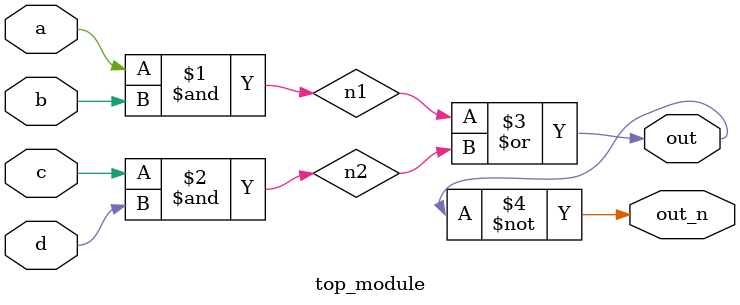
<source format=v>
module top_module(input a,input b,input c,input d,output out, output out_n); 
    wire n1, n2;
    assign n1= a&b;
    assign n2= c&d;
    assign out = n1|n2;
    assign out_n = ~out;   
    // assign out = (a&b)|(c&d);  without using intermediate wires 
    // assign out_n = ~out; 
   
    
endmodule

</source>
